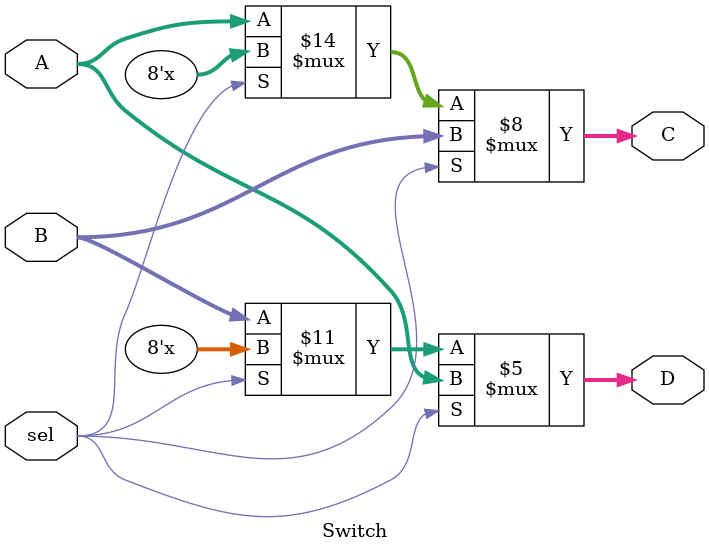
<source format=v>

module Switch(A,B,sel,C,D);

input [0:7] A;
input [0:7] B;
input sel;
output reg [0:7] C;
output reg [0:7] D;

always @(sel) begin
	if (sel == 1'b0) begin
	C=A;
	D=B;
	end

	if (sel == 1'b1) begin
	C=B;
	D=A;
	end
end

endmodule
</source>
